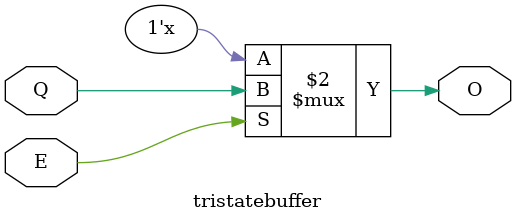
<source format=v>
`timescale 1ns / 1ps


module tristatebuffer(
    input Q,
    input E,
    output O
    );
    
    assign O = E==1?Q:1'bz;
endmodule

</source>
